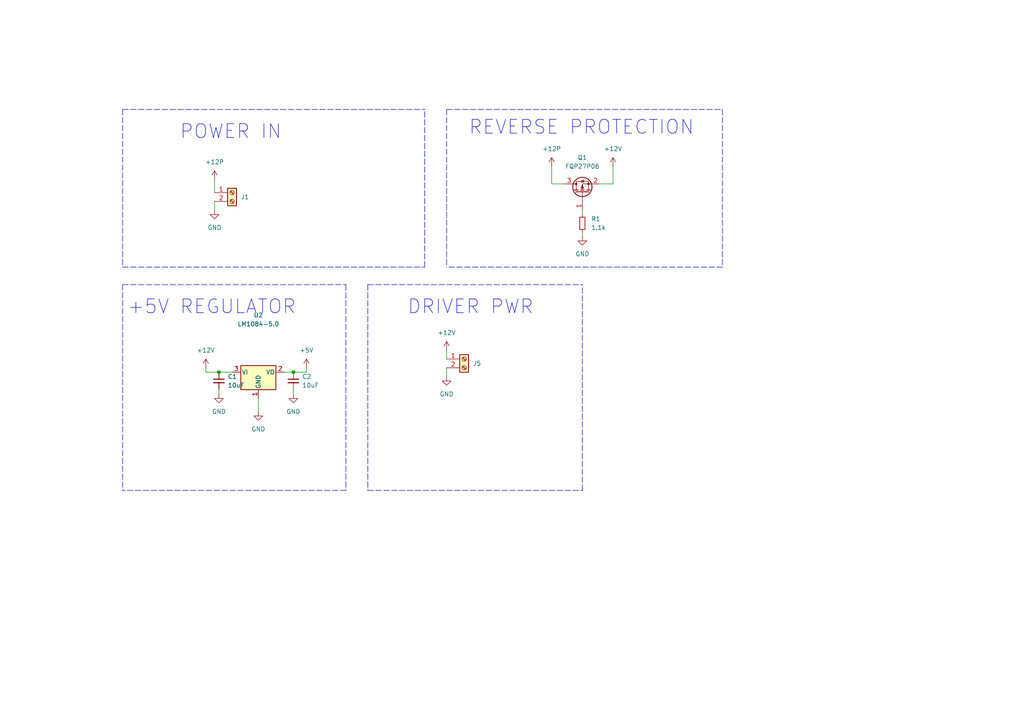
<source format=kicad_sch>
(kicad_sch (version 20211123) (generator eeschema)
  (paper "A4")
  (title_block (title "TECH_WEEK") (date "2022-09-26") (rev "1") (company "0804robot") (comment 1 "Drawn by MK"))
  (lib_symbols
    (symbol "Connector:Screw_Terminal_01x02" (pin_names (offset 1.016) hide)
      (property "Reference" "J" (at 0 2.54 0))
      (property "Value" "Screw_Terminal_01x02" (at 0 -5.08 0))
      (symbol "Screw_Terminal_01x02_1_1"
        (rectangle (start -1.27 1.27) (end 1.27 -3.81) (stroke (width 0.254)) (fill (type background)))
        (circle (center 0 -2.54) (radius 0.635) (stroke (width 0.1524)))
        (polyline (pts (xy -0.5334 -2.2098) (xy 0.3302 -3.048)) (stroke (width 0.1524)))
        (polyline (pts (xy -0.5334 0.3302) (xy 0.3302 -0.508)) (stroke (width 0.1524)))
        (polyline (pts (xy -0.3556 -2.032) (xy 0.508 -2.8702)) (stroke (width 0.1524)))
        (polyline (pts (xy -0.3556 0.508) (xy 0.508 -0.3302)) (stroke (width 0.1524)))
        (circle (center 0 0) (radius 0.635) (stroke (width 0.1524)))
        (pin passive line (at -5.08 0 0) (length 3.81) (name "Pin_1") (number "1"))
        (pin passive line (at -5.08 -2.54 0) (length 3.81) (name "Pin_2") (number "2"))
      )
    )
    (symbol "Device:C_Small" (pin_numbers hide) (pin_names (offset 0.254) hide)
      (property "Reference" "C" (at 0.254 1.778 0))
      (property "Value" "C_Small" (at 0.254 -2.032 0))
      (symbol "C_Small_0_1"
        (polyline (pts (xy -1.524 -0.508) (xy 1.524 -0.508)) (stroke (width 0.3302)))
        (polyline (pts (xy -1.524 0.508) (xy 1.524 0.508)) (stroke (width 0.3048)))
      )
      (symbol "C_Small_1_1"
        (pin passive line (at 0 2.54 270) (length 2.032) (name "~") (number "1"))
        (pin passive line (at 0 -2.54 90) (length 2.032) (name "~") (number "2"))
      )
    )
    (symbol "Device:R_Small" (pin_numbers hide) (pin_names (offset 0.254) hide)
      (property "Reference" "R" (at 0.762 0.508 0))
      (property "Value" "R_Small" (at 0.762 -1.016 0))
      (symbol "R_Small_0_1"
        (rectangle (start -0.762 1.778) (end 0.762 -1.778) (stroke (width 0.2032)))
      )
      (symbol "R_Small_1_1"
        (pin passive line (at 0 2.54 270) (length 0.762) (name "~") (number "1"))
        (pin passive line (at 0 -2.54 90) (length 0.762) (name "~") (number "2"))
      )
    )
    (symbol "Regulator_Linear:LM1084-5.0" (pin_names (offset 0.254))
      (property "Reference" "U" (at -3.81 3.175 0))
      (property "Value" "LM1084-5.0" (at 0 3.175 0))
      (symbol "LM1084-5.0_0_1"
        (rectangle (start -5.08 1.905) (end 5.08 -5.08) (stroke (width 0.254)) (fill (type background)))
      )
      (symbol "LM1084-5.0_1_1"
        (pin power_in line (at 0 -7.62 90) (length 2.54) (name "GND") (number "1"))
        (pin power_out line (at 7.62 0 180) (length 2.54) (name "VO") (number "2"))
        (pin power_in line (at -7.62 0 0) (length 2.54) (name "VI") (number "3"))
      )
    )
    (symbol "Transistor_FET:AO3401A" (pin_names hide)
      (property "Reference" "Q" (at 5.08 1.905 0))
      (property "Value" "AO3401A" (at 5.08 0 0))
      (symbol "AO3401A_0_1"
        (polyline (pts (xy 0.254 0) (xy -2.54 0)))
        (polyline (pts (xy 0.254 1.905) (xy 0.254 -1.905)) (stroke (width 0.254)))
        (polyline (pts (xy 0.762 -1.27) (xy 0.762 -2.286)) (stroke (width 0.254)))
        (polyline (pts (xy 0.762 0.508) (xy 0.762 -0.508)) (stroke (width 0.254)))
        (polyline (pts (xy 0.762 2.286) (xy 0.762 1.27)) (stroke (width 0.254)))
        (polyline (pts (xy 2.54 2.54) (xy 2.54 1.778)))
        (polyline (pts (xy 2.54 -2.54) (xy 2.54 0) (xy 0.762 0)))
        (polyline (pts (xy 0.762 1.778) (xy 3.302 1.778) (xy 3.302 -1.778) (xy 0.762 -1.778)))
        (polyline (pts (xy 2.286 0) (xy 1.27 0.381) (xy 1.27 -0.381) (xy 2.286 0)) (fill (type outline)))
        (polyline (pts (xy 2.794 -0.508) (xy 2.921 -0.381) (xy 3.683 -0.381) (xy 3.81 -0.254)))
        (polyline (pts (xy 3.302 -0.381) (xy 2.921 0.254) (xy 3.683 0.254) (xy 3.302 -0.381)))
        (circle (center 1.651 0) (radius 2.794) (stroke (width 0.254)))
        (circle (center 2.54 -1.778) (radius 0.254) (fill (type outline)))
        (circle (center 2.54 1.778) (radius 0.254) (fill (type outline)))
      )
      (symbol "AO3401A_1_1"
        (pin input line (at -5.08 0 0) (length 2.54) (name "G") (number "1"))
        (pin passive line (at 2.54 -5.08 90) (length 2.54) (name "S") (number "2"))
        (pin passive line (at 2.54 5.08 270) (length 2.54) (name "D") (number "3"))
      )
    )
    (symbol "power:+12P" (power) (pin_names (offset 0))
      (property "Value" "+12P" (at 0 3.556 0))
      (symbol "+12P_0_1"
        (polyline (pts (xy -0.762 1.27) (xy 0 2.54)))
        (polyline (pts (xy 0 0) (xy 0 2.54)))
        (polyline (pts (xy 0 2.54) (xy 0.762 1.27)))
      )
      (symbol "+12P_1_1"
        (pin power_in line (at 0 0 90) (length 0) hide (name "+12P") (number "1"))
      )
    )
    (symbol "power:+12V" (power) (pin_names (offset 0))
      (property "Value" "+12V" (at 0 3.556 0))
      (symbol "+12V_0_1"
        (polyline (pts (xy -0.762 1.27) (xy 0 2.54)))
        (polyline (pts (xy 0 0) (xy 0 2.54)))
        (polyline (pts (xy 0 2.54) (xy 0.762 1.27)))
      )
      (symbol "+12V_1_1"
        (pin power_in line (at 0 0 90) (length 0) hide (name "+12V") (number "1"))
      )
    )
    (symbol "power:+5V" (power) (pin_names (offset 0))
      (property "Value" "+5V" (at 0 3.556 0))
      (symbol "+5V_0_1"
        (polyline (pts (xy -0.762 1.27) (xy 0 2.54)))
        (polyline (pts (xy 0 0) (xy 0 2.54)))
        (polyline (pts (xy 0 2.54) (xy 0.762 1.27)))
      )
      (symbol "+5V_1_1"
        (pin power_in line (at 0 0 90) (length 0) hide (name "+5V") (number "1"))
      )
    )
    (symbol "power:GND" (power) (pin_names (offset 0))
      (property "Value" "GND" (at 0 -3.81 0))
      (symbol "GND_0_1"
        (polyline (pts (xy 0 0) (xy 0 -1.27) (xy 1.27 -1.27) (xy 0 -2.54) (xy -1.27 -1.27) (xy 0 -1.27)))
      )
      (symbol "GND_1_1"
        (pin power_in line (at 0 0 270) (length 0) hide (name "GND") (number "1"))
      )
    )
  )
  (junction (at 63.5 107.95))
  (junction (at 85.09 107.95))
  (polyline (pts (xy 35.56 82.55) (xy 35.56 142.24)))
  (wire (pts (xy 88.9 106.68) (xy 88.9 107.95)))
  (wire (pts (xy 59.69 106.68) (xy 59.69 107.95)))
  (polyline (pts (xy 168.91 142.24) (xy 168.91 82.55)))
  (polyline (pts (xy 35.56 31.75) (xy 35.56 77.47)))
  (wire (pts (xy 177.8 53.34) (xy 177.8 48.26)))
  (wire (pts (xy 85.09 114.3) (xy 85.09 113.03)))
  (polyline (pts (xy 100.33 142.24) (xy 35.56 142.24)))
  (polyline (pts (xy 209.55 31.75) (xy 209.55 77.47)))
  (polyline (pts (xy 106.68 82.55) (xy 168.91 82.55)))
  (wire (pts (xy 160.02 53.34) (xy 163.83 53.34)))
  (wire (pts (xy 129.54 109.22) (xy 129.54 106.68)))
  (polyline (pts (xy 35.56 82.55) (xy 100.33 82.55)))
  (wire (pts (xy 63.5 107.95) (xy 67.31 107.95)))
  (polyline (pts (xy 129.54 31.75) (xy 129.54 77.47)))
  (polyline (pts (xy 35.56 77.47) (xy 123.19 77.47)))
  (wire (pts (xy 173.99 53.34) (xy 177.8 53.34)))
  (wire (pts (xy 62.23 52.07) (xy 62.23 55.88)))
  (polyline (pts (xy 123.19 77.47) (xy 123.19 31.75)))
  (polyline (pts (xy 129.54 31.75) (xy 209.55 31.75)))
  (wire (pts (xy 74.93 119.38) (xy 74.93 115.57)))
  (wire (pts (xy 63.5 114.3) (xy 63.5 113.03)))
  (wire (pts (xy 168.91 68.58) (xy 168.91 67.31)))
  (polyline (pts (xy 100.33 82.55) (xy 100.33 142.24)))
  (wire (pts (xy 88.9 107.95) (xy 85.09 107.95)))
  (wire (pts (xy 129.54 101.6) (xy 129.54 104.14)))
  (wire (pts (xy 160.02 48.26) (xy 160.02 53.34)))
  (polyline (pts (xy 209.55 77.47) (xy 129.54 77.47)))
  (wire (pts (xy 62.23 60.96) (xy 62.23 58.42)))
  (wire (pts (xy 168.91 62.23) (xy 168.91 60.96)))
  (polyline (pts (xy 106.68 82.55) (xy 106.68 142.24)))
  (polyline (pts (xy 106.68 142.24) (xy 168.91 142.24)))
  (polyline (pts (xy 35.56 31.75) (xy 123.19 31.75)))
  (wire (pts (xy 59.69 107.95) (xy 63.5 107.95)))
  (wire (pts (xy 82.55 107.95) (xy 85.09 107.95)))
  (text "POWER IN\n" (at 52.07 40.64 0) (effects (font (size 4 4)) (justify left bottom)))
  (text "DRIVER PWR\n" (at 118.11 91.44 0) (effects (font (size 4 4)) (justify left bottom)))
  (text "+5V REGULATOR" (at 36.83 91.44 0) (effects (font (size 4 4)) (justify left bottom)))
  (text "REVERSE PROTECTION\n" (at 135.89 39.37 0) (effects (font (size 4 4)) (justify left bottom)))
  (symbol (lib_id "power:+12V") (at 59.69 106.68 0) (unit 1)
    (property "Reference" "#PWR0108" (effects hide))
    (property "Value" "+12V" (at 59.69 101.6 0))
  )
  (symbol (lib_id "Connector:Screw_Terminal_01x02") (at 67.31 55.88 0) (unit 1)
    (property "Reference" "J1" (at 69.85 57.1499 0) (effects (justify left)))
    (property "Value" "Screw_Terminal_01x02" (effects hide))
    (property "Footprint" "UserLibrary:TerminalBlock_Phoenix_MKDS-1,5-2-5.08_1x02_P5.08mm_Horizontal" (effects hide))
    (property "Nerokas link" "https://store.nerokas.co.ke/index.php?route=product/product&product_id=2056" (effects hide))
  )
  (symbol (lib_id "Device:C_Small") (at 63.5 110.49 0) (unit 1)
    (property "Reference" "C1" (at 66.04 109.2262 0) (effects (justify left)))
    (property "Value" "10uF" (at 66.04 111.7662 0) (effects (justify left)))
    (property "Footprint" "UserLibrary:CP_Radial_D5.0mm_P2.50mm" (effects hide))
    (property "Nerokas link" "https://store.nerokas.co.ke/index.php?route=product/product&product_id=961&search=10uF&description=true" (effects hide))
  )
  (symbol (lib_id "power:+5V") (at 88.9 106.68 0) (unit 1)
    (property "Reference" "#PWR0105" (effects hide))
    (property "Value" "+5V" (at 88.9 101.6 0))
  )
  (symbol (lib_id "Regulator_Linear:LM1084-5.0") (at 74.93 107.95 0) (unit 1) (in_bom no)
    (property "Reference" "U2" (at 74.93 91.44 0))
    (property "Value" "LM1084-5.0" (at 74.93 93.98 0))
    (property "Footprint" "UserLibrary:TO-220-3_Vertical" (effects hide))
    (property "Datasheet" "http://www.ti.com/lit/ds/symlink/lm1084.pdf" (effects hide))
    (property "Nerokas link" "https://store.nerokas.co.ke/index.php?route=product/product&product_id=1933&search=LM1084&description=true" (effects hide))
  )
  (symbol (lib_id "Device:C_Small") (at 85.09 110.49 0) (unit 1)
    (property "Reference" "C2" (at 87.63 109.2262 0) (effects (justify left)))
    (property "Value" "10uF" (at 87.63 111.7662 0) (effects (justify left)))
    (property "Footprint" "UserLibrary:CP_Radial_D5.0mm_P2.50mm" (effects hide))
    (property "Nerokas link" "https://store.nerokas.co.ke/index.php?route=product/product&product_id=961&search=10uF&description=true" (effects hide))
  )
  (symbol (lib_id "Transistor_FET:AO3401A") (at 168.91 55.88 90) (unit 1) (in_bom no)
    (property "Reference" "Q1" (at 168.91 45.72 90))
    (property "Value" "FQP27P06" (at 168.91 48.26 90))
    (property "Footprint" "UserLibrary:TO-220-3_Vertical" (effects hide))
    (property "Datasheet" "https://www.sparkfun.com/datasheets/Components/General/FQP27P06.pdf" (effects hide))
    (property "Nerokas Link" "https://store.nerokas.co.ke/index.php?route=product/product&product_id=1181&search=p+mosfet&description=true" (effects hide))
  )
  (symbol (lib_id "power:+12V") (at 177.8 48.26 0) (unit 1)
    (property "Reference" "#PWR0112" (effects hide))
    (property "Value" "+12V" (at 177.8 43.18 0))
  )
  (symbol (lib_id "Device:R_Small") (at 168.91 64.77 0) (unit 1)
    (property "Reference" "R1" (at 171.45 63.4999 0) (effects (justify left)))
    (property "Value" "1.1k" (at 171.45 66.0399 0) (effects (justify left)))
    (property "Footprint" "Resistor_THT:R_Axial_DIN0207_L6.3mm_D2.5mm_P10.16mm_Horizontal" (effects hide))
    (property "Nerokas link" "https://store.nerokas.co.ke/index.php?route=product/product&product_id=1565&search=1k+resistor&description=true" (effects hide))
  )
  (symbol (lib_id "power:GND") (at 168.91 68.58 0) (unit 1)
    (property "Reference" "#PWR0111" (effects hide))
    (property "Value" "GND" (at 168.91 73.66 0))
  )
  (symbol (lib_id "power:GND") (at 63.5 114.3 0) (unit 1)
    (property "Reference" "#PWR0106" (effects hide))
    (property "Value" "GND" (at 63.5 119.38 0))
  )
  (symbol (lib_id "power:GND") (at 62.23 60.96 0) (unit 1)
    (property "Reference" "#PWR0110" (effects hide))
    (property "Value" "GND" (at 62.23 66.04 0))
  )
  (symbol (lib_id "power:+12V") (at 129.54 101.6 0) (unit 1)
    (property "Reference" "#PWR0117" (effects hide))
    (property "Value" "+12V" (at 129.54 96.52 0))
  )
  (symbol (lib_id "power:+12P") (at 62.23 52.07 0) (unit 1)
    (property "Reference" "#PWR0109" (effects hide))
    (property "Value" "+12P" (at 62.23 46.99 0))
  )
  (symbol (lib_id "power:GND") (at 74.93 119.38 0) (unit 1)
    (property "Reference" "#PWR0107" (effects hide))
    (property "Value" "GND" (at 74.93 124.46 0))
  )
  (symbol (lib_id "Connector:Screw_Terminal_01x02") (at 134.62 104.14 0) (unit 1)
    (property "Reference" "J5" (at 137.16 105.4099 0) (effects (justify left)))
    (property "Value" "Screw_Terminal_01x02" (effects hide))
    (property "Footprint" "UserLibrary:TerminalBlock_Phoenix_MKDS-1,5-2-5.08_1x02_P5.08mm_Horizontal" (effects hide))
    (property "Nerokas link" "https://store.nerokas.co.ke/index.php?route=product/product&product_id=2056" (effects hide))
  )
  (symbol (lib_id "power:GND") (at 129.54 109.22 0) (unit 1)
    (property "Reference" "#PWR0116" (effects hide))
    (property "Value" "GND" (at 129.54 114.3 0))
  )
  (symbol (lib_id "power:+12P") (at 160.02 48.26 0) (unit 1)
    (property "Reference" "#PWR0113" (effects hide))
    (property "Value" "+12P" (at 160.02 43.18 0))
  )
  (symbol (lib_id "power:GND") (at 85.09 114.3 0) (unit 1)
    (property "Reference" "#PWR0104" (effects hide))
    (property "Value" "GND" (at 85.09 119.38 0))
  )
)
</source>
